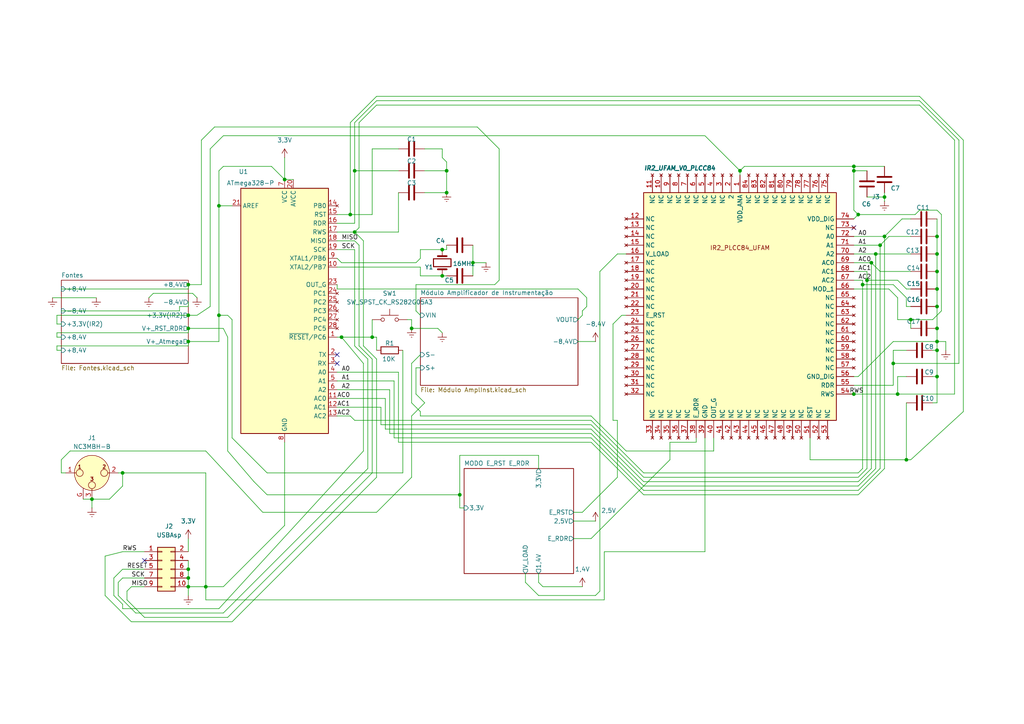
<source format=kicad_sch>
(kicad_sch (version 20250114) (generator "eeschema") (generator_version "9.0")
  (paper "A4")
  (title_block (title "PROJETO IR2_B2_UFAM") (date "07/08/2025") (rev "V1") (company "UFAM-UFMG") (comment 1 "1 - Software Proteus substituído pelo Software Kicad 9.0") (comment 2 "2 - Incluído Amplificafor de Instrumentação para reduzir ruídos") (comment 3 "3 - Incluídos conectores para cabos entrelaçados") (comment 4 "4 - Análise de 4 camadas para reduzir ruídos"))
  (lib_symbols
    (symbol "Connector_Audio:NC3MBH-B" (pin_names (hide yes))
      (property "Reference" "J" (at 0 8.89 0))
      (property "Value" "NC3MBH-B" (at 0 6.35 0))
      (symbol "NC3MBH-B_0_1"
        (polyline (pts (xy -5.08 0) (xy -4.572 0)))
        (circle (center -3.556 0) (radius 1.016))
        (polyline (pts (xy -2.54 -5.08) (xy -2.54 -4.445)))
        (circle (center 0 0) (radius 5.08) (fill (type background)))
        (circle (center 0 -3.556) (radius 1.016))
        (polyline (pts (xy 0 -5.08) (xy 0 -4.572)))
        (circle (center 3.556 0) (radius 1.016))
        (polyline (pts (xy 5.08 0) (xy 4.572 0)))
        (text "1" (at -3.556 1.778 0) (effects (font (size 1.016 1.016) (bold yes))))
        (text "3" (at 0 -1.778 0) (effects (font (size 1.016 1.016) (bold yes))))
        (text "2" (at 3.556 1.778 0) (effects (font (size 1.016 1.016) (bold yes))))
        (pin passive line (at -7.62 0 0) (length 2.54) (name "~") (number "1"))
        (pin passive line (at 0 -7.62 90) (length 2.54) (name "~") (number "3"))
        (pin passive line (at 7.62 0 180) (length 2.54) (name "~") (number "2"))
      )
      (symbol "NC3MBH-B_1_1"
        (pin passive line (at -2.54 -7.62 90) (length 2.54) (name "~") (number "G"))
      )
    )
    (symbol "Connector_Generic:Conn_02x05_Odd_Even" (pin_names (offset 1.016) (hide yes))
      (property "Reference" "J" (at 1.27 7.62 0))
      (property "Value" "Conn_02x05_Odd_Even" (at 1.27 -7.62 0))
      (symbol "Conn_02x05_Odd_Even_1_1"
        (rectangle (start -1.27 6.35) (end 3.81 -6.35) (stroke (width 0.254)) (fill (type background)))
        (rectangle (start -1.27 5.207) (end 0 4.953) (stroke (width 0.1524)))
        (rectangle (start -1.27 2.667) (end 0 2.413) (stroke (width 0.1524)))
        (rectangle (start -1.27 0.127) (end 0 -0.127) (stroke (width 0.1524)))
        (rectangle (start -1.27 -2.413) (end 0 -2.667) (stroke (width 0.1524)))
        (rectangle (start -1.27 -4.953) (end 0 -5.207) (stroke (width 0.1524)))
        (rectangle (start 3.81 5.207) (end 2.54 4.953) (stroke (width 0.1524)))
        (rectangle (start 3.81 2.667) (end 2.54 2.413) (stroke (width 0.1524)))
        (rectangle (start 3.81 0.127) (end 2.54 -0.127) (stroke (width 0.1524)))
        (rectangle (start 3.81 -2.413) (end 2.54 -2.667) (stroke (width 0.1524)))
        (rectangle (start 3.81 -4.953) (end 2.54 -5.207) (stroke (width 0.1524)))
        (pin passive line (at -5.08 5.08 0) (length 3.81) (name "Pin_1") (number "1"))
        (pin passive line (at -5.08 2.54 0) (length 3.81) (name "Pin_3") (number "3"))
        (pin passive line (at -5.08 0 0) (length 3.81) (name "Pin_5") (number "5"))
        (pin passive line (at -5.08 -2.54 0) (length 3.81) (name "Pin_7") (number "7"))
        (pin passive line (at -5.08 -5.08 0) (length 3.81) (name "Pin_9") (number "9"))
        (pin passive line (at 7.62 5.08 180) (length 3.81) (name "Pin_2") (number "2"))
        (pin passive line (at 7.62 2.54 180) (length 3.81) (name "Pin_4") (number "4"))
        (pin passive line (at 7.62 0 180) (length 3.81) (name "Pin_6") (number "6"))
        (pin passive line (at 7.62 -2.54 180) (length 3.81) (name "Pin_8") (number "8"))
        (pin passive line (at 7.62 -5.08 180) (length 3.81) (name "Pin_10") (number "10"))
      )
    )
    (symbol "Device:C" (pin_numbers (hide yes)) (pin_names (offset 0.254))
      (property "Reference" "C" (at 0.635 2.54 0))
      (property "Value" "C" (at 0.635 -2.54 0))
      (symbol "C_0_1"
        (polyline (pts (xy -2.032 0.762) (xy 2.032 0.762)) (stroke (width 0.508)))
        (polyline (pts (xy -2.032 -0.762) (xy 2.032 -0.762)) (stroke (width 0.508)))
      )
      (symbol "C_1_1"
        (pin passive line (at 0 3.81 270) (length 2.794) (name "~") (number "1"))
        (pin passive line (at 0 -3.81 90) (length 2.794) (name "~") (number "2"))
      )
    )
    (symbol "Device:Crystal" (pin_numbers (hide yes)) (pin_names (offset 1.016) (hide yes))
      (property "Reference" "Y" (at 0 3.81 0))
      (property "Value" "Crystal" (at 0 -3.81 0))
      (symbol "Crystal_0_1"
        (polyline (pts (xy -2.54 0) (xy -1.905 0)))
        (polyline (pts (xy -1.905 -1.27) (xy -1.905 1.27)) (stroke (width 0.508)))
        (rectangle (start -1.143 2.54) (end 1.143 -2.54) (stroke (width 0.3048)))
        (polyline (pts (xy 1.905 -1.27) (xy 1.905 1.27)) (stroke (width 0.508)))
        (polyline (pts (xy 2.54 0) (xy 1.905 0)))
      )
      (symbol "Crystal_1_1"
        (pin passive line (at -3.81 0 0) (length 1.27) (name "1") (number "1"))
        (pin passive line (at 3.81 0 180) (length 1.27) (name "2") (number "2"))
      )
    )
    (symbol "Device:R" (pin_numbers (hide yes)) (pin_names (offset 0))
      (property "Reference" "R" (at 2.032 0 90))
      (property "Value" "R" (at 0 0 90))
      (symbol "R_0_1"
        (rectangle (start -1.016 -2.54) (end 1.016 2.54) (stroke (width 0.254)))
      )
      (symbol "R_1_1"
        (pin passive line (at 0 3.81 270) (length 1.27) (name "~") (number "1"))
        (pin passive line (at 0 -3.81 90) (length 1.27) (name "~") (number "2"))
      )
    )
    (symbol "IR2_UFAM_V0_PLCC84_Library:IR2_UFAM_V0_PLCC84"
      (property "Reference" "J" (at 62.23 12.7 0))
      (property "Value" "IR2_UFAM_V0_PLCC84" (at 62.23 10.16 0))
      (symbol "IR2_UFAM_V0_PLCC84_1_1"
        (rectangle (start 5.08 7.62) (end 60.96 -58.42) (stroke (width 0.254)) (fill (type background)))
        (text "IR2_PLCC84_UFAM" (at 33.02 -8.382 0) (effects (font (size 1.27 1.27))))
        (pin no_connect line (at 0 0 0) (length 5.08) (name "NC") (number "12"))
        (pin no_connect line (at 0 -2.54 0) (length 5.08) (name "NC") (number "13"))
        (pin no_connect line (at 0 -5.08 0) (length 5.08) (name "NC") (number "14"))
        (pin no_connect line (at 0 -7.62 0) (length 5.08) (name "NC") (number "15"))
        (pin input line (at 0 -10.16 0) (length 5.08) (name "V_LOAD") (number "16"))
        (pin no_connect line (at 0 -12.7 0) (length 5.08) (name "NC") (number "17"))
        (pin no_connect line (at 0 -15.24 0) (length 5.08) (name "NC") (number "18"))
        (pin no_connect line (at 0 -17.78 0) (length 5.08) (name "NC") (number "19"))
        (pin no_connect line (at 0 -20.32 0) (length 5.08) (name "NC") (number "20"))
        (pin no_connect line (at 0 -22.86 0) (length 5.08) (name "NC") (number "21"))
        (pin no_connect line (at 0 -25.4 0) (length 5.08) (name "NC") (number "22"))
        (pin input line (at 0 -27.94 0) (length 5.08) (name "E_RST") (number "23"))
        (pin no_connect line (at 0 -30.48 0) (length 5.08) (name "NC") (number "24"))
        (pin no_connect line (at 0 -33.02 0) (length 5.08) (name "NC") (number "25"))
        (pin no_connect line (at 0 -35.56 0) (length 5.08) (name "NC") (number "26"))
        (pin no_connect line (at 0 -38.1 0) (length 5.08) (name "NC") (number "27"))
        (pin no_connect line (at 0 -40.64 0) (length 5.08) (name "NC") (number "28"))
        (pin no_connect line (at 0 -43.18 0) (length 5.08) (name "NC") (number "29"))
        (pin no_connect line (at 0 -45.72 0) (length 5.08) (name "NC") (number "30"))
        (pin no_connect line (at 0 -48.26 0) (length 5.08) (name "NC") (number "31"))
        (pin no_connect line (at 0 -50.8 0) (length 5.08) (name "NC") (number "32"))
        (pin no_connect line (at 7.62 12.7 270) (length 5.08) (name "NC") (number "11"))
        (pin no_connect line (at 7.62 -63.5 90) (length 5.08) (name "NC") (number "33"))
        (pin no_connect line (at 10.16 12.7 270) (length 5.08) (name "NC") (number "10"))
        (pin no_connect line (at 10.16 -63.5 90) (length 5.08) (name "NC") (number "34"))
        (pin no_connect line (at 12.7 12.7 270) (length 5.08) (name "NC") (number "9"))
        (pin no_connect line (at 12.7 -63.5 90) (length 5.08) (name "NC") (number "35"))
        (pin no_connect line (at 15.24 12.7 270) (length 5.08) (name "NC") (number "8"))
        (pin no_connect line (at 15.24 -63.5 90) (length 5.08) (name "NC") (number "36"))
        (pin no_connect line (at 17.78 12.7 270) (length 5.08) (name "NC") (number "7"))
        (pin no_connect line (at 17.78 -63.5 90) (length 5.08) (name "NC") (number "37"))
        (pin no_connect line (at 20.32 12.7 270) (length 5.08) (name "NC") (number "6"))
        (pin input line (at 20.32 -63.5 90) (length 5.08) (name "E_RDR") (number "38"))
        (pin no_connect line (at 22.86 12.7 270) (length 5.08) (name "NC") (number "5"))
        (pin power_out line (at 22.86 -63.5 90) (length 5.08) (name "GND") (number "39"))
        (pin no_connect line (at 25.4 12.7 270) (length 5.08) (name "NC") (number "4"))
        (pin output line (at 25.4 -63.5 90) (length 5.08) (name "OUT_G") (number "40"))
        (pin no_connect line (at 27.94 12.7 270) (length 5.08) (name "NC") (number "3"))
        (pin no_connect line (at 27.94 -63.5 90) (length 5.08) (name "NC") (number "41"))
        (pin no_connect line (at 30.48 12.7 270) (length 5.08) (name "2") (number "2"))
        (pin no_connect line (at 30.48 -63.5 90) (length 5.08) (name "NC") (number "42"))
        (pin power_in line (at 33.02 12.7 270) (length 5.08) (name "VDD_ANA") (number "1"))
        (pin no_connect line (at 33.02 -63.5 90) (length 5.08) (name "NC") (number "43"))
        (pin no_connect line (at 35.56 12.7 270) (length 5.08) (name "NC") (number "84"))
        (pin no_connect line (at 35.56 -63.5 90) (length 5.08) (name "NC") (number "44"))
        (pin no_connect line (at 38.1 12.7 270) (length 5.08) (name "NC") (number "83"))
        (pin no_connect line (at 38.1 -63.5 90) (length 5.08) (name "NC") (number "45"))
        (pin no_connect line (at 40.64 12.7 270) (length 5.08) (name "NC") (number "82"))
        (pin no_connect line (at 40.64 -63.5 90) (length 5.08) (name "NC") (number "46"))
        (pin no_connect line (at 43.18 12.7 270) (length 5.08) (name "NC") (number "81"))
        (pin no_connect line (at 43.18 -63.5 90) (length 5.08) (name "NC") (number "47"))
        (pin no_connect line (at 45.72 12.7 270) (length 5.08) (name "NC") (number "80"))
        (pin no_connect line (at 45.72 -63.5 90) (length 5.08) (name "NC") (number "48"))
        (pin no_connect line (at 48.26 12.7 270) (length 5.08) (name "NC") (number "79"))
        (pin no_connect line (at 48.26 -63.5 90) (length 5.08) (name "NC") (number "49"))
        (pin no_connect line (at 50.8 12.7 270) (length 5.08) (name "NC") (number "78"))
        (pin no_connect line (at 50.8 -63.5 90) (length 5.08) (name "NC") (number "50"))
        (pin no_connect line (at 53.34 12.7 270) (length 5.08) (name "NC") (number "77"))
        (pin input line (at 53.34 -63.5 90) (length 5.08) (name "RST") (number "51"))
        (pin no_connect line (at 55.88 12.7 270) (length 5.08) (name "NC") (number "76"))
        (pin no_connect line (at 55.88 -63.5 90) (length 5.08) (name "NC") (number "52"))
        (pin no_connect line (at 58.42 12.7 270) (length 5.08) (name "NC") (number "75"))
        (pin no_connect line (at 58.42 -63.5 90) (length 5.08) (name "NC") (number "53"))
        (pin power_in line (at 66.04 0 180) (length 5.08) (name "VDD_DIG") (number "74"))
        (pin no_connect line (at 66.04 -2.54 180) (length 5.08) (name "NC") (number "73"))
        (pin input line (at 66.04 -5.08 180) (length 5.08) (name "A0") (number "72"))
        (pin input line (at 66.04 -7.62 180) (length 5.08) (name "A1") (number "71"))
        (pin input line (at 66.04 -10.16 180) (length 5.08) (name "A2") (number "70"))
        (pin input line (at 66.04 -12.7 180) (length 5.08) (name "AC0") (number "69"))
        (pin input line (at 66.04 -15.24 180) (length 5.08) (name "AC1") (number "68"))
        (pin input line (at 66.04 -17.78 180) (length 5.08) (name "AC2") (number "67"))
        (pin power_in line (at 66.04 -20.32 180) (length 5.08) (name "MOD_1") (number "66"))
        (pin no_connect line (at 66.04 -22.86 180) (length 5.08) (name "NC") (number "65"))
        (pin no_connect line (at 66.04 -25.4 180) (length 5.08) (name "NC") (number "64"))
        (pin no_connect line (at 66.04 -27.94 180) (length 5.08) (name "NC") (number "63"))
        (pin no_connect line (at 66.04 -30.48 180) (length 5.08) (name "NC") (number "62"))
        (pin no_connect line (at 66.04 -33.02 180) (length 5.08) (name "NC") (number "61"))
        (pin no_connect line (at 66.04 -35.56 180) (length 5.08) (name "NC") (number "60"))
        (pin no_connect line (at 66.04 -38.1 180) (length 5.08) (name "NC") (number "59"))
        (pin no_connect line (at 66.04 -40.64 180) (length 5.08) (name "NC") (number "58"))
        (pin no_connect line (at 66.04 -43.18 180) (length 5.08) (name "NC") (number "57"))
        (pin power_in line (at 66.04 -45.72 180) (length 5.08) (name "GND_DIG") (number "56"))
        (pin input line (at 66.04 -48.26 180) (length 5.08) (name "RDR") (number "55"))
        (pin input line (at 66.04 -50.8 180) (length 5.08) (name "RWS") (number "54"))
      )
    )
    (symbol "Switch:SW_MEC_5G" (pin_numbers (hide yes)) (pin_names (offset 1.016) (hide yes))
      (property "Reference" "SW" (at 1.27 2.54 0))
      (property "Value" "SW_MEC_5G" (at 0 -1.524 0))
      (symbol "SW_MEC_5G_0_1"
        (circle (center -2.032 0) (radius 0.508))
        (polyline (pts (xy 0 1.27) (xy 0 3.048)))
        (circle (center 2.032 0) (radius 0.508))
        (polyline (pts (xy 2.54 1.27) (xy -2.54 1.27)))
        (pin passive line (at -5.08 0 0) (length 2.54) (name "A") (number "1"))
        (pin passive line (at 5.08 0 180) (length 2.54) (name "B") (number "3"))
      )
      (symbol "SW_MEC_5G_1_1"
        (pin passive line (at -5.08 0 0) (length 2.54) (hide yes) (name "A") (number "2"))
        (pin passive line (at 5.08 0 180) (length 2.54) (hide yes) (name "B") (number "4"))
      )
    )
    (symbol "ir2_atmega328P:ir2_ATmega328P"
      (property "Reference" "U" (at -12.7 36.83 0))
      (property "Value" "ir2_ATmega328P" (at 2.54 -36.83 0))
      (symbol "ir2_ATmega328P_0_1"
        (rectangle (start -12.7 -35.56) (end 12.7 35.56) (stroke (width 0.254)) (fill (type background)))
      )
      (symbol "ir2_ATmega328P_1_1"
        (pin passive line (at -15.24 30.48 0) (length 2.54) (name "AREF") (number "21"))
        (pin power_in line (at 0 38.1 270) (length 2.54) (name "VCC") (number "7"))
        (pin passive line (at 0 -38.1 90) (length 2.54) (hide yes) (name "GND") (number "22"))
        (pin power_in line (at 0 -38.1 90) (length 2.54) (name "GND") (number "8"))
        (pin power_in line (at 2.54 38.1 270) (length 2.54) (name "AVCC") (number "20"))
        (pin no_connect line (at 15.24 30.48 180) (length 2.54) (name "PB0") (number "14"))
        (pin output line (at 15.24 27.94 180) (length 2.54) (name "RST") (number "15"))
        (pin output line (at 15.24 25.4 180) (length 2.54) (name "RDR") (number "16"))
        (pin output line (at 15.24 22.86 180) (length 2.54) (name "RWS") (number "17"))
        (pin input line (at 15.24 20.32 180) (length 2.54) (name "MISO") (number "18"))
        (pin bidirectional line (at 15.24 17.78 180) (length 2.54) (name "SCK") (number "19"))
        (pin bidirectional line (at 15.24 15.24 180) (length 2.54) (name "XTAL1/PB6") (number "9"))
        (pin bidirectional line (at 15.24 12.7 180) (length 2.54) (name "XTAL2/PB7") (number "10"))
        (pin input line (at 15.24 7.62 180) (length 2.54) (name "OUT_G") (number "23"))
        (pin no_connect line (at 15.24 5.08 180) (length 2.54) (name "PC1") (number "24"))
        (pin no_connect line (at 15.24 2.54 180) (length 2.54) (name "PC2") (number "25"))
        (pin no_connect line (at 15.24 0 180) (length 2.54) (name "PC3") (number "26"))
        (pin no_connect line (at 15.24 -2.54 180) (length 2.54) (name "PC4") (number "27"))
        (pin no_connect line (at 15.24 -5.08 180) (length 2.54) (name "PC5") (number "28"))
        (pin bidirectional line (at 15.24 -7.62 180) (length 2.54) (name "~{RESET}/PC6") (number "1"))
        (pin bidirectional line (at 15.24 -12.7 180) (length 2.54) (name "TX") (number "2"))
        (pin bidirectional line (at 15.24 -15.24 180) (length 2.54) (name "RX") (number "3"))
        (pin output line (at 15.24 -17.78 180) (length 2.54) (name "A0") (number "4"))
        (pin output line (at 15.24 -20.32 180) (length 2.54) (name "A1") (number "5"))
        (pin output line (at 15.24 -22.86 180) (length 2.54) (name "A2") (number "6"))
        (pin output line (at 15.24 -25.4 180) (length 2.54) (name "AC0") (number "11"))
        (pin output line (at 15.24 -27.94 180) (length 2.54) (name "AC1") (number "12"))
        (pin output line (at 15.24 -30.48 180) (length 2.54) (name "AC2") (number "13"))
      )
    )
    (symbol "power:Earth" (power) (pin_numbers (hide yes)) (pin_names (offset 0) (hide yes))
      (property "Value" "Earth" (at 0 -3.81 0))
      (symbol "Earth_0_1"
        (polyline (pts (xy -0.635 -1.905) (xy 0.635 -1.905)))
        (polyline (pts (xy -0.127 -2.54) (xy 0.127 -2.54)))
        (polyline (pts (xy 0 -1.27) (xy 0 0)))
        (polyline (pts (xy 1.27 -1.27) (xy -1.27 -1.27)))
      )
      (symbol "Earth_1_1"
        (pin power_in line (at 0 0 270) (length 0) (name "~") (number "1"))
      )
    )
    (symbol "power:VCC" (power) (pin_numbers (hide yes)) (pin_names (offset 0) (hide yes))
      (property "Value" "VCC" (at 0 3.556 0))
      (symbol "VCC_0_1"
        (polyline (pts (xy -0.762 1.27) (xy 0 2.54)))
        (polyline (pts (xy 0 2.54) (xy 0.762 1.27)))
        (polyline (pts (xy 0 0) (xy 0 2.54)))
      )
      (symbol "VCC_1_1"
        (pin power_in line (at 0 0 90) (length 0) (name "~") (number "1"))
      )
    )
  )
  (junction (at 271.78 68.58))
  (junction (at 256.54 57.15))
  (junction (at 82.55 52.07))
  (junction (at 128.27 72.39))
  (junction (at 35.56 137.16))
  (junction (at 271.78 109.22))
  (junction (at 260.35 114.3))
  (junction (at 54.61 91.44))
  (junction (at 271.78 95.25))
  (junction (at 54.61 165.1))
  (junction (at 271.78 73.66))
  (junction (at 99.06 97.79))
  (junction (at 59.69 170.18))
  (junction (at 255.27 71.12))
  (junction (at 54.61 95.25))
  (junction (at 271.78 83.82))
  (junction (at 63.5 91.44))
  (junction (at 271.78 88.9))
  (junction (at 129.54 49.53))
  (junction (at 54.61 170.18))
  (junction (at 102.87 67.31))
  (junction (at 54.61 167.64))
  (junction (at 119.38 95.25))
  (junction (at 247.65 114.3))
  (junction (at 129.54 55.88))
  (junction (at 248.92 62.23))
  (junction (at 133.35 143.51))
  (junction (at 101.6 62.23))
  (junction (at 26.67 144.78))
  (junction (at 271.78 99.06))
  (junction (at 247.65 49.53))
  (junction (at 271.78 101.6))
  (junction (at 262.89 133.35))
  (junction (at 107.95 97.79))
  (junction (at 250.19 82.55))
  (junction (at 251.46 81.28))
  (junction (at 137.16 76.2))
  (junction (at 102.87 49.53))
  (junction (at 128.27 80.01))
  (junction (at 252.73 76.2))
  (junction (at 256.54 68.58))
  (junction (at 54.61 82.55))
  (junction (at 247.65 48.26))
  (junction (at 264.16 92.71))
  (junction (at 259.08 105.41))
  (junction (at 271.78 78.74))
  (junction (at 63.5 59.69))
  (junction (at 254 73.66))
  (junction (at 54.61 99.06))
  (junction (at 214.63 49.53))
  (no_connect (at 41.91 162.56))
  (no_connect (at 97.79 102.87))
  (no_connect (at 97.79 105.41))
  (no_connect (at 247.65 66.04))
  (wire (pts (xy 82.55 128.27) (xy 82.55 152.4)))
  (wire (pts (xy 66.04 130.81) (xy 73.66 139.7)))
  (wire (pts (xy 60.96 43.18) (xy 64.77 39.37)))
  (wire (pts (xy 102.87 49.53) (xy 102.87 64.77)))
  (wire (pts (xy 109.22 29.21) (xy 266.7 29.21)))
  (wire (pts (xy 179.07 121.92) (xy 179.07 138.43)))
  (wire (pts (xy 97.79 62.23) (xy 101.6 62.23)))
  (wire (pts (xy 172.72 172.72) (xy 173.99 171.45)))
  (wire (pts (xy 247.65 109.22) (xy 248.92 109.22)))
  (wire (pts (xy 168.91 90.17) (xy 168.91 91.44)))
  (wire (pts (xy 119.38 95.25) (xy 127 95.25)))
  (wire (pts (xy 54.61 99.06) (xy 54.61 100.33)))
  (wire (pts (xy 254 73.66) (xy 254 135.89)))
  (wire (pts (xy 17.78 101.6) (xy 16.51 101.6)))
  (wire (pts (xy 252.73 76.2) (xy 252.73 135.89)))
  (wire (pts (xy 15.24 86.36) (xy 27.94 86.36)))
  (wire (pts (xy 107.95 43.18) (xy 115.57 43.18)))
  (wire (pts (xy 128.27 80.01) (xy 129.54 80.01)))
  (wire (pts (xy 133.35 132.08) (xy 156.21 132.08)))
  (wire (pts (xy 17.78 97.79) (xy 16.51 97.79)))
  (wire (pts (xy 115.57 107.95) (xy 115.57 128.27)))
  (wire (pts (xy 63.5 49.53) (xy 64.77 48.26)))
  (wire (pts (xy 246.38 114.3) (xy 247.65 114.3)))
  (wire (pts (xy 121.92 119.38) (xy 121.92 120.65)))
  (wire (pts (xy 144.78 81.28) (xy 143.51 82.55)))
  (wire (pts (xy 121.92 102.87) (xy 119.38 105.41)))
  (wire (pts (xy 133.35 143.51) (xy 77.47 143.51)))
  (wire (pts (xy 173.99 78.74) (xy 173.99 171.45)))
  (wire (pts (xy 204.47 39.37) (xy 214.63 49.53)))
  (wire (pts (xy 266.7 27.94) (xy 279.4 40.64)))
  (wire (pts (xy 116.84 101.6) (xy 116.84 137.16)))
  (wire (pts (xy 247.65 111.76) (xy 259.08 111.76)))
  (wire (pts (xy 247.65 48.26) (xy 256.54 48.26)))
  (wire (pts (xy 102.87 35.56) (xy 109.22 29.21)))
  (wire (pts (xy 129.54 49.53) (xy 129.54 55.88)))
  (wire (pts (xy 97.79 83.82) (xy 167.64 83.82)))
  (wire (pts (xy 264.16 92.71) (xy 270.51 92.71)))
  (wire (pts (xy 54.61 170.18) (xy 54.61 172.72)))
  (wire (pts (xy 171.45 156.21) (xy 194.31 133.35)))
  (wire (pts (xy 247.65 60.96) (xy 248.92 62.23)))
  (wire (pts (xy 67.31 92.71) (xy 66.04 91.44)))
  (wire (pts (xy 54.61 96.52) (xy 54.61 95.25)))
  (wire (pts (xy 204.47 160.02) (xy 175.26 160.02)))
  (wire (pts (xy 63.5 49.53) (xy 63.5 59.69)))
  (wire (pts (xy 248.92 138.43) (xy 186.69 138.43)))
  (wire (pts (xy 264.16 83.82) (xy 262.89 83.82)))
  (wire (pts (xy 273.05 90.17) (xy 270.51 92.71)))
  (wire (pts (xy 97.79 120.65) (xy 101.6 120.65)))
  (wire (pts (xy 260.35 109.22) (xy 262.89 109.22)))
  (wire (pts (xy 194.31 133.35) (xy 194.31 128.27)))
  (wire (pts (xy 105.41 100.33) (xy 109.22 104.14)))
  (wire (pts (xy 16.51 91.44) (xy 54.61 91.44)))
  (wire (pts (xy 109.22 97.79) (xy 107.95 97.79)))
  (wire (pts (xy 121.92 72.39) (xy 121.92 74.93)))
  (wire (pts (xy 102.87 100.33) (xy 106.68 104.14)))
  (wire (pts (xy 271.78 73.66) (xy 271.78 78.74)))
  (wire (pts (xy 99.06 76.2) (xy 120.65 76.2)))
  (wire (pts (xy 26.67 144.78) (xy 24.13 144.78)))
  (wire (pts (xy 35.56 165.1) (xy 41.91 165.1)))
  (wire (pts (xy 175.26 160.02) (xy 175.26 173.99)))
  (wire (pts (xy 54.61 88.9) (xy 54.61 87.63)))
  (wire (pts (xy 35.56 137.16) (xy 35.56 140.97)))
  (wire (pts (xy 271.78 60.96) (xy 273.05 62.23)))
  (wire (pts (xy 137.16 71.12) (xy 137.16 76.2)))
  (wire (pts (xy 262.89 86.36) (xy 259.08 82.55)))
  (wire (pts (xy 271.78 78.74) (xy 271.78 83.82)))
  (wire (pts (xy 109.22 97.79) (xy 109.22 101.6)))
  (wire (pts (xy 215.9 48.26) (xy 247.65 48.26)))
  (wire (pts (xy 57.15 86.36) (xy 55.88 85.09)))
  (wire (pts (xy 251.46 81.28) (xy 251.46 135.89)))
  (wire (pts (xy 63.5 59.69) (xy 67.31 59.69)))
  (wire (pts (xy 16.51 101.6) (xy 16.51 100.33)))
  (wire (pts (xy 97.79 77.47) (xy 121.92 77.47)))
  (wire (pts (xy 181.61 130.81) (xy 171.45 120.65)))
  (wire (pts (xy 121.92 72.39) (xy 128.27 72.39)))
  (wire (pts (xy 102.87 49.53) (xy 102.87 35.56)))
  (wire (pts (xy 214.63 49.53) (xy 215.9 48.26)))
  (wire (pts (xy 102.87 72.39) (xy 102.87 100.33)))
  (wire (pts (xy 171.45 123.19) (xy 186.69 138.43)))
  (wire (pts (xy 38.1 180.34) (xy 30.48 172.72)))
  (wire (pts (xy 109.22 27.94) (xy 266.7 27.94)))
  (wire (pts (xy 248.92 62.23) (xy 247.65 63.5)))
  (wire (pts (xy 120.65 90.17) (xy 121.92 91.44)))
  (wire (pts (xy 30.48 172.72) (xy 30.48 161.29)))
  (wire (pts (xy 137.16 76.2) (xy 137.16 80.01)))
  (wire (pts (xy 17.78 90.17) (xy 52.07 90.17)))
  (wire (pts (xy 156.21 168.91) (xy 157.48 170.18)))
  (wire (pts (xy 54.61 156.21) (xy 54.61 160.02)))
  (wire (pts (xy 105.41 130.81) (xy 105.41 105.41)))
  (wire (pts (xy 44.45 85.09) (xy 55.88 85.09)))
  (wire (pts (xy 274.32 99.06) (xy 274.32 101.6)))
  (wire (pts (xy 186.69 142.24) (xy 248.92 142.24)))
  (wire (pts (xy 97.79 83.82) (xy 97.79 82.55)))
  (wire (pts (xy 170.18 88.9) (xy 170.18 86.36)))
  (wire (pts (xy 251.46 57.15) (xy 256.54 57.15)))
  (wire (pts (xy 186.69 140.97) (xy 171.45 125.73)))
  (wire (pts (xy 54.61 162.56) (xy 54.61 165.1)))
  (wire (pts (xy 264.16 68.58) (xy 257.81 68.58)))
  (wire (pts (xy 64.77 170.18) (xy 82.55 152.4)))
  (wire (pts (xy 33.02 172.72) (xy 35.56 175.26)))
  (wire (pts (xy 129.54 46.99) (xy 129.54 49.53)))
  (wire (pts (xy 247.65 114.3) (xy 260.35 114.3)))
  (wire (pts (xy 123.19 55.88) (xy 129.54 55.88)))
  (wire (pts (xy 128.27 96.52) (xy 127 95.25)))
  (wire (pts (xy 247.65 81.28) (xy 250.19 81.28)))
  (wire (pts (xy 254 73.66) (xy 264.16 73.66)))
  (wire (pts (xy 144.78 43.18) (xy 144.78 81.28)))
  (wire (pts (xy 119.38 120.65) (xy 119.38 138.43)))
  (wire (pts (xy 234.95 127) (xy 234.95 133.35)))
  (wire (pts (xy 271.78 68.58) (xy 271.78 73.66)))
  (wire (pts (xy 101.6 62.23) (xy 107.95 62.23)))
  (wire (pts (xy 35.56 137.16) (xy 59.69 137.16)))
  (wire (pts (xy 264.16 63.5) (xy 261.62 63.5)))
  (wire (pts (xy 54.61 167.64) (xy 54.61 170.18)))
  (wire (pts (xy 106.68 135.89) (xy 64.77 177.8)))
  (wire (pts (xy 204.47 127) (xy 204.47 160.02)))
  (wire (pts (xy 97.79 67.31) (xy 102.87 67.31)))
  (wire (pts (xy 52.07 88.9) (xy 54.61 88.9)))
  (wire (pts (xy 166.37 156.21) (xy 171.45 156.21)))
  (wire (pts (xy 97.79 74.93) (xy 99.06 76.2)))
  (wire (pts (xy 250.19 82.55) (xy 259.08 82.55)))
  (wire (pts (xy 257.81 68.58) (xy 255.27 71.12)))
  (wire (pts (xy 107.95 92.71) (xy 107.95 97.79)))
  (wire (pts (xy 248.92 137.16) (xy 186.69 137.16)))
  (wire (pts (xy 248.92 62.23) (xy 265.43 62.23)))
  (wire (pts (xy 82.55 52.07) (xy 85.09 52.07)))
  (wire (pts (xy 114.3 110.49) (xy 114.3 127)))
  (wire (pts (xy 104.14 71.12) (xy 104.14 100.33)))
  (wire (pts (xy 102.87 69.85) (xy 104.14 71.12)))
  (wire (pts (xy 34.29 172.72) (xy 39.37 177.8)))
  (wire (pts (xy 266.7 30.48) (xy 276.86 40.64)))
  (wire (pts (xy 194.31 128.27) (xy 201.93 128.27)))
  (wire (pts (xy 35.56 176.53) (xy 35.56 175.26)))
  (wire (pts (xy 279.4 119.38) (xy 264.16 133.35)))
  (wire (pts (xy 107.95 104.14) (xy 107.95 137.16)))
  (wire (pts (xy 251.46 81.28) (xy 260.35 81.28)))
  (wire (pts (xy 278.13 40.64) (xy 278.13 105.41)))
  (wire (pts (xy 82.55 45.72) (xy 82.55 52.07)))
  (wire (pts (xy 138.43 36.83) (xy 144.78 43.18)))
  (wire (pts (xy 128.27 45.72) (xy 129.54 46.99)))
  (wire (pts (xy 111.76 115.57) (xy 111.76 124.46)))
  (wire (pts (xy 264.16 133.35) (xy 262.89 133.35)))
  (wire (pts (xy 255.27 71.12) (xy 255.27 135.89)))
  (wire (pts (xy 259.08 105.41) (xy 278.13 105.41)))
  (wire (pts (xy 34.29 168.91) (xy 34.29 172.72)))
  (wire (pts (xy 16.51 97.79) (xy 16.51 96.52)))
  (wire (pts (xy 186.69 143.51) (xy 171.45 128.27)))
  (wire (pts (xy 152.4 166.37) (xy 152.4 168.91)))
  (wire (pts (xy 109.22 30.48) (xy 266.7 30.48)))
  (wire (pts (xy 260.35 86.36) (xy 260.35 92.71)))
  (wire (pts (xy 262.89 133.35) (xy 234.95 133.35)))
  (wire (pts (xy 168.91 148.59) (xy 166.37 148.59)))
  (wire (pts (xy 113.03 125.73) (xy 171.45 125.73)))
  (wire (pts (xy 54.61 91.44) (xy 57.15 91.44)))
  (wire (pts (xy 256.54 68.58) (xy 256.54 135.89)))
  (wire (pts (xy 214.63 49.53) (xy 214.63 50.8)))
  (wire (pts (xy 201.93 128.27) (xy 201.93 127)))
  (wire (pts (xy 177.8 93.98) (xy 180.34 91.44)))
  (wire (pts (xy 102.87 67.31) (xy 104.14 66.04)))
  (wire (pts (xy 101.6 62.23) (xy 101.6 35.56)))
  (wire (pts (xy 43.18 86.36) (xy 44.45 85.09)))
  (wire (pts (xy 251.46 78.74) (xy 251.46 81.28)))
  (wire (pts (xy 35.56 165.1) (xy 33.02 167.64)))
  (wire (pts (xy 247.65 73.66) (xy 254 73.66)))
  (wire (pts (xy 17.78 83.82) (xy 54.61 83.82)))
  (wire (pts (xy 123.19 43.18) (xy 128.27 43.18)))
  (wire (pts (xy 260.35 109.22) (xy 260.35 114.3)))
  (wire (pts (xy 129.54 72.39) (xy 129.54 71.12)))
  (wire (pts (xy 119.38 116.84) (xy 121.92 119.38)))
  (wire (pts (xy 133.35 147.32) (xy 133.35 143.51)))
  (wire (pts (xy 118.11 92.71) (xy 119.38 92.71)))
  (wire (pts (xy 109.22 138.43) (xy 67.31 180.34)))
  (wire (pts (xy 26.67 144.78) (xy 31.75 144.78)))
  (wire (pts (xy 133.35 147.32) (xy 134.62 147.32)))
  (wire (pts (xy 111.76 124.46) (xy 171.45 124.46)))
  (wire (pts (xy 62.23 36.83) (xy 138.43 36.83)))
  (wire (pts (xy 121.92 120.65) (xy 171.45 120.65)))
  (wire (pts (xy 256.54 55.88) (xy 256.54 57.15)))
  (wire (pts (xy 273.05 62.23) (xy 273.05 90.17)))
  (wire (pts (xy 270.51 109.22) (xy 271.78 109.22)))
  (wire (pts (xy 271.78 99.06) (xy 271.78 101.6)))
  (wire (pts (xy 177.8 93.98) (xy 177.8 121.92)))
  (wire (pts (xy 133.35 132.08) (xy 133.35 143.51)))
  (wire (pts (xy 248.92 142.24) (xy 255.27 135.89)))
  (wire (pts (xy 114.3 127) (xy 171.45 127)))
  (wire (pts (xy 67.31 180.34) (xy 38.1 180.34)))
  (wire (pts (xy 254 135.89) (xy 248.92 140.97)))
  (wire (pts (xy 250.19 82.55) (xy 250.19 135.89)))
  (wire (pts (xy 265.43 62.23) (xy 266.7 60.96)))
  (wire (pts (xy 120.65 114.3) (xy 123.19 116.84)))
  (wire (pts (xy 77.47 137.16) (xy 116.84 137.16)))
  (wire (pts (xy 57.15 91.44) (xy 60.96 88.9)))
  (wire (pts (xy 171.45 124.46) (xy 186.69 139.7)))
  (wire (pts (xy 106.68 104.14) (xy 106.68 135.89)))
  (wire (pts (xy 102.87 49.53) (xy 115.57 49.53)))
  (wire (pts (xy 97.79 113.03) (xy 113.03 113.03)))
  (wire (pts (xy 123.19 49.53) (xy 129.54 49.53)))
  (wire (pts (xy 35.56 160.02) (xy 41.91 160.02)))
  (wire (pts (xy 115.57 55.88) (xy 115.57 67.31)))
  (wire (pts (xy 156.21 172.72) (xy 172.72 172.72)))
  (wire (pts (xy 58.42 40.64) (xy 58.42 82.55)))
  (wire (pts (xy 248.92 109.22) (xy 259.08 99.06)))
  (wire (pts (xy 76.2 148.59) (xy 109.22 148.59)))
  (wire (pts (xy 152.4 168.91) (xy 156.21 172.72)))
  (wire (pts (xy 270.51 101.6) (xy 271.78 101.6)))
  (wire (pts (xy 119.38 92.71) (xy 119.38 95.25)))
  (wire (pts (xy 247.65 78.74) (xy 251.46 78.74)))
  (wire (pts (xy 250.19 135.89) (xy 248.92 137.16)))
  (wire (pts (xy 104.14 35.56) (xy 104.14 66.04)))
  (wire (pts (xy 33.02 167.64) (xy 33.02 172.72)))
  (wire (pts (xy 35.56 176.53) (xy 63.5 176.53)))
  (wire (pts (xy 250.19 81.28) (xy 250.19 82.55)))
  (wire (pts (xy 259.08 101.6) (xy 259.08 105.41)))
  (wire (pts (xy 271.78 109.22) (xy 271.78 116.84)))
  (wire (pts (xy 171.45 121.92) (xy 102.87 121.92)))
  (wire (pts (xy 262.89 116.84) (xy 262.89 133.35)))
  (wire (pts (xy 207.01 127) (xy 207.01 130.81)))
  (wire (pts (xy 59.69 170.18) (xy 64.77 170.18)))
  (wire (pts (xy 107.95 137.16) (xy 66.04 179.07)))
  (wire (pts (xy 19.05 137.16) (xy 17.78 137.16)))
  (wire (pts (xy 102.87 121.92) (xy 101.6 120.65)))
  (wire (pts (xy 105.41 105.41) (xy 99.06 97.79)))
  (wire (pts (xy 59.69 137.16) (xy 59.69 170.18)))
  (wire (pts (xy 36.83 173.99) (xy 36.83 171.45)))
  (wire (pts (xy 179.07 73.66) (xy 181.61 73.66)))
  (wire (pts (xy 167.64 83.82) (xy 170.18 86.36)))
  (wire (pts (xy 31.75 144.78) (xy 35.56 140.97)))
  (wire (pts (xy 102.87 67.31) (xy 105.41 69.85)))
  (wire (pts (xy 102.87 67.31) (xy 115.57 67.31)))
  (wire (pts (xy 97.79 107.95) (xy 115.57 107.95)))
  (wire (pts (xy 17.78 93.98) (xy 16.51 93.98)))
  (wire (pts (xy 271.78 63.5) (xy 271.78 68.58)))
  (wire (pts (xy 168.91 91.44) (xy 167.64 92.71)))
  (wire (pts (xy 102.87 64.77) (xy 97.79 64.77)))
  (wire (pts (xy 181.61 130.81) (xy 207.01 130.81)))
  (wire (pts (xy 20.32 130.81) (xy 59.69 130.81)))
  (wire (pts (xy 256.54 57.15) (xy 256.54 58.42)))
  (wire (pts (xy 34.29 137.16) (xy 35.56 137.16)))
  (wire (pts (xy 247.65 49.53) (xy 251.46 49.53)))
  (wire (pts (xy 54.61 170.18) (xy 59.69 170.18)))
  (wire (pts (xy 101.6 35.56) (xy 109.22 27.94)))
  (wire (pts (xy 259.08 101.6) (xy 262.89 101.6)))
  (wire (pts (xy 120.65 114.3) (xy 120.65 106.68)))
  (wire (pts (xy 259.08 99.06) (xy 271.78 99.06)))
  (wire (pts (xy 255.27 78.74) (xy 252.73 76.2)))
  (wire (pts (xy 78.74 48.26) (xy 82.55 52.07)))
  (wire (pts (xy 59.69 130.81) (xy 76.2 148.59)))
  (wire (pts (xy 16.51 100.33) (xy 54.61 100.33)))
  (wire (pts (xy 110.49 123.19) (xy 171.45 123.19)))
  (wire (pts (xy 54.61 82.55) (xy 58.42 82.55)))
  (wire (pts (xy 97.79 97.79) (xy 99.06 97.79)))
  (wire (pts (xy 97.79 110.49) (xy 114.3 110.49)))
  (wire (pts (xy 64.77 177.8) (xy 39.37 177.8)))
  (wire (pts (xy 247.65 49.53) (xy 247.65 60.96)))
  (wire (pts (xy 262.89 88.9) (xy 262.89 86.36)))
  (wire (pts (xy 36.83 171.45) (xy 38.1 170.18)))
  (wire (pts (xy 16.51 93.98) (xy 16.51 91.44)))
  (wire (pts (xy 107.95 43.18) (xy 107.95 62.23)))
  (wire (pts (xy 120.65 76.2) (xy 121.92 74.93)))
  (wire (pts (xy 35.56 167.64) (xy 41.91 167.64)))
  (wire (pts (xy 186.69 137.16) (xy 171.45 121.92)))
  (wire (pts (xy 63.5 176.53) (xy 105.41 130.81)))
  (wire (pts (xy 97.79 118.11) (xy 110.49 118.11)))
  (wire (pts (xy 17.78 137.16) (xy 17.78 133.35)))
  (wire (pts (xy 271.78 116.84) (xy 270.51 116.84)))
  (wire (pts (xy 259.08 105.41) (xy 259.08 111.76)))
  (wire (pts (xy 54.61 95.25) (xy 64.77 95.25)))
  (wire (pts (xy 247.65 76.2) (xy 252.73 76.2)))
  (wire (pts (xy 128.27 43.18) (xy 128.27 45.72)))
  (wire (pts (xy 64.77 95.25) (xy 66.04 97.79)))
  (wire (pts (xy 271.78 95.25) (xy 271.78 99.06)))
  (wire (pts (xy 247.65 68.58) (xy 256.54 68.58)))
  (wire (pts (xy 17.78 133.35) (xy 20.32 130.81)))
  (wire (pts (xy 41.91 179.07) (xy 66.04 179.07)))
  (wire (pts (xy 179.07 121.92) (xy 177.8 121.92)))
  (wire (pts (xy 115.57 128.27) (xy 171.45 128.27)))
  (wire (pts (xy 168.91 90.17) (xy 170.18 88.9)))
  (wire (pts (xy 97.79 115.57) (xy 111.76 115.57)))
  (wire (pts (xy 119.38 105.41) (xy 119.38 116.84)))
  (wire (pts (xy 247.65 48.26) (xy 247.65 49.53)))
  (wire (pts (xy 271.78 88.9) (xy 271.78 95.25)))
  (wire (pts (xy 264.16 88.9) (xy 262.89 88.9)))
  (wire (pts (xy 110.49 118.11) (xy 110.49 123.19)))
  (wire (pts (xy 104.14 100.33) (xy 107.95 104.14)))
  (wire (pts (xy 63.5 59.69) (xy 63.5 91.44)))
  (wire (pts (xy 63.5 91.44) (xy 63.5 99.06)))
  (wire (pts (xy 256.54 135.89) (xy 248.92 143.51)))
  (wire (pts (xy 137.16 76.2) (xy 140.97 76.2)))
  (wire (pts (xy 105.41 69.85) (xy 105.41 100.33)))
  (wire (pts (xy 66.04 97.79) (xy 66.04 130.81)))
  (wire (pts (xy 38.1 170.18) (xy 41.91 170.18)))
  (wire (pts (xy 121.92 80.01) (xy 128.27 80.01)))
  (wire (pts (xy 264.16 92.71) (xy 264.16 95.25)))
  (wire (pts (xy 186.69 143.51) (xy 248.92 143.51)))
  (wire (pts (xy 186.69 139.7) (xy 248.92 139.7)))
  (wire (pts (xy 63.5 91.44) (xy 66.04 91.44)))
  (wire (pts (xy 99.06 97.79) (xy 107.95 97.79)))
  (wire (pts (xy 26.67 144.78) (xy 26.67 147.32)))
  (wire (pts (xy 30.48 161.29) (xy 35.56 160.02)))
  (wire (pts (xy 52.07 90.17) (xy 52.07 88.9)))
  (wire (pts (xy 128.27 72.39) (xy 129.54 72.39)))
  (wire (pts (xy 257.81 83.82) (xy 260.35 86.36)))
  (wire (pts (xy 34.29 168.91) (xy 35.56 167.64)))
  (wire (pts (xy 274.32 99.06) (xy 271.78 99.06)))
  (wire (pts (xy 120.65 82.55) (xy 143.51 82.55)))
  (wire (pts (xy 180.34 91.44) (xy 181.61 91.44)))
  (wire (pts (xy 167.64 99.06) (xy 172.72 99.06)))
  (wire (pts (xy 58.42 40.64) (xy 62.23 36.83)))
  (wire (pts (xy 97.79 69.85) (xy 102.87 69.85)))
  (wire (pts (xy 59.69 173.99) (xy 59.69 170.18)))
  (wire (pts (xy 179.07 138.43) (xy 168.91 148.59)))
  (wire (pts (xy 77.47 137.16) (xy 67.31 127)))
  (wire (pts (xy 175.26 173.99) (xy 59.69 173.99)))
  (wire (pts (xy 121.92 77.47) (xy 121.92 80.01)))
  (wire (pts (xy 109.22 148.59) (xy 119.38 138.43)))
  (wire (pts (xy 54.61 165.1) (xy 54.61 167.64)))
  (wire (pts (xy 109.22 104.14) (xy 109.22 138.43)))
  (wire (pts (xy 247.65 71.12) (xy 255.27 71.12)))
  (wire (pts (xy 248.92 139.7) (xy 252.73 135.89)))
  (wire (pts (xy 266.7 60.96) (xy 271.78 60.96)))
  (wire (pts (xy 255.27 78.74) (xy 264.16 78.74)))
  (wire (pts (xy 271.78 101.6) (xy 271.78 109.22)))
  (wire (pts (xy 276.86 40.64) (xy 276.86 114.3)))
  (wire (pts (xy 279.4 40.64) (xy 279.4 119.38)))
  (wire (pts (xy 16.51 96.52) (xy 54.61 96.52)))
  (wire (pts (xy 157.48 170.18) (xy 168.91 170.18)))
  (wire (pts (xy 67.31 127) (xy 67.31 92.71)))
  (wire (pts (xy 73.66 139.7) (xy 77.47 143.51)))
  (wire (pts (xy 60.96 43.18) (xy 60.96 88.9)))
  (wire (pts (xy 120.65 82.55) (xy 120.65 90.17)))
  (wire (pts (xy 260.35 92.71) (xy 264.16 92.71)))
  (wire (pts (xy 54.61 83.82) (xy 54.61 82.55)))
  (wire (pts (xy 171.45 127) (xy 186.69 142.24)))
  (wire (pts (xy 251.46 135.89) (xy 248.92 138.43)))
  (wire (pts (xy 260.35 114.3) (xy 276.86 114.3)))
  (wire (pts (xy 97.79 72.39) (xy 102.87 72.39)))
  (wire (pts (xy 104.14 35.56) (xy 109.22 30.48)))
  (wire (pts (xy 261.62 63.5) (xy 256.54 68.58)))
  (wire (pts (xy 41.91 179.07) (xy 36.83 173.99)))
  (wire (pts (xy 173.99 78.74) (xy 179.07 73.66)))
  (wire (pts (xy 119.38 120.65) (xy 123.19 116.84)))
  (wire (pts (xy 266.7 29.21) (xy 278.13 40.64)))
  (wire (pts (xy 156.21 166.37) (xy 156.21 168.91)))
  (wire (pts (xy 120.65 106.68) (xy 121.92 106.68)))
  (wire (pts (xy 113.03 113.03) (xy 113.03 125.73)))
  (wire (pts (xy 156.21 132.08) (xy 156.21 135.89)))
  (wire (pts (xy 262.89 83.82) (xy 260.35 81.28)))
  (wire (pts (xy 64.77 39.37) (xy 204.47 39.37)))
  (wire (pts (xy 271.78 83.82) (xy 271.78 88.9)))
  (wire (pts (xy 64.77 48.26) (xy 78.74 48.26)))
  (wire (pts (xy 166.37 151.13) (xy 172.72 151.13)))
  (wire (pts (xy 248.92 140.97) (xy 186.69 140.97)))
  (wire (pts (xy 247.65 83.82) (xy 257.81 83.82)))
  (wire (pts (xy 54.61 99.06) (xy 63.5 99.06)))
  (label "AC0" (at 97.79 115.57 0))
  (label "AC2" (at 97.79 120.65 0))
  (label "AC2" (at 248.92 81.28 0))
  (label "AC1" (at 248.92 78.74 0))
  (label "RWS" (at 35.56 160.02 0))
  (label "SCK" (at 99.06 72.39 0))
  (label "A0" (at 99.06 107.95 0))
  (label "A1" (at 248.92 71.12 0))
  (label "A2" (at 248.92 73.66 0))
  (label "SCK" (at 38.1 167.64 0))
  (label "MISO" (at 38.1 170.18 0))
  (label "RESET" (at 36.83 165.1 0))
  (label "RWS" (at 246.38 114.3 0))
  (label "A0" (at 248.92 68.58 0))
  (label "AC1" (at 97.79 118.11 0))
  (label "A2" (at 99.06 113.03 0))
  (label "AC0" (at 248.92 76.2 0))
  (label "A1" (at 99.06 110.49 0))
  (label "MISO" (at 99.06 69.85 0))
  (symbol (lib_id "power:Earth") (at 128.27 96.52 0) (unit 1)
    (property "Reference" "#PWR010" (effects (hide yes)))
    (property "Value" "Earth" (effects (hide yes)))
    (property "Description" "Power symbol creates a global label with name \"Earth\"" (effects (hide yes)))
  )
  (symbol (lib_id "power:Earth") (at 129.54 55.88 0) (unit 1)
    (property "Reference" "#PWR011" (effects (hide yes)))
    (property "Value" "Earth" (effects (hide yes)))
    (property "Description" "Power symbol creates a global label with name \"Earth\"" (effects (hide yes)))
  )
  (symbol (lib_id "Connector_Audio:NC3MBH-B") (at 26.67 137.16 0) (unit 1)
    (property "Reference" "J1" (at 26.67 127 0))
    (property "Value" "NC3MBH-B" (at 26.67 129.54 0))
    (property "Footprint" "Connector_Audio:Jack_XLR_Neutrik_NC3MBH-B_Horizontal" (effects (hide yes)))
    (property "Datasheet" "https://www.neutrik.com/en/product/nc3mbh-b" (effects (hide yes)))
    (property "Description" "B Series, 3 pole male XLR receptacle, grounding: separate ground contact to mating connector shell and front panel, steel retention lug, horizontal PCB mount, black chrome shell" (effects (hide yes)))
  )
  (symbol (lib_id "power:Earth") (at 274.32 101.6 0) (unit 1)
    (property "Reference" "#PWR017" (effects (hide yes)))
    (property "Value" "Earth" (effects (hide yes)))
    (property "Description" "Power symbol creates a global label with name \"Earth\"" (effects (hide yes)))
  )
  (symbol (lib_id "power:Earth") (at 27.94 86.36 0) (unit 1)
    (property "Reference" "#PWR03" (effects (hide yes)))
    (property "Value" "Earth" (effects (hide yes)))
    (property "Description" "Power symbol creates a global label with name \"Earth\"" (effects (hide yes)))
  )
  (symbol (lib_id "Device:Crystal") (at 128.27 76.2 90) (unit 1)
    (property "Reference" "Y1" (at 123.19 77.47 90) (effects (justify right)))
    (property "Value" "16MHz" (at 131.318 76.454 90) (effects (justify right)))
    (property "Footprint" "Crystal:Crystal_SMD_HC49-SD" (effects (hide yes)))
    (property "Description" "Two pin crystal" (effects (hide yes)))
  )
  (symbol (lib_id "power:Earth") (at 256.54 58.42 0) (unit 1)
    (property "Reference" "#PWR016" (effects (hide yes)))
    (property "Value" "Earth" (effects (hide yes)))
    (property "Description" "Power symbol creates a global label with name \"Earth\"" (effects (hide yes)))
  )
  (symbol (lib_id "Device:C") (at 133.35 71.12 90) (unit 1)
    (property "Reference" "C4" (at 127.762 69.85 90))
    (property "Value" "22pF" (effects (hide yes)))
    (property "Footprint" "Capacitor_SMD:C_0805_2012Metric" (effects (hide yes)))
    (property "Description" "Unpolarized capacitor" (effects (hide yes)))
  )
  (symbol (lib_id "Device:C") (at 267.97 63.5 90) (unit 1)
    (property "Reference" "C11" (at 267.716 60.198 90))
    (property "Value" "100nF" (effects (hide yes)))
    (property "Footprint" "Capacitor_SMD:C_0805_2012Metric_Pad1.18x1.45mm_HandSolder" (effects (hide yes)))
    (property "Description" "Unpolarized capacitor" (effects (hide yes)))
  )
  (symbol (lib_id "power:Earth") (at 15.24 86.36 0) (unit 1)
    (property "Reference" "#PWR01" (effects (hide yes)))
    (property "Value" "Earth" (effects (hide yes)))
    (property "Description" "Power symbol creates a global label with name \"Earth\"" (effects (hide yes)))
  )
  (symbol (lib_id "power:VCC") (at 54.61 156.21 0) (unit 1)
    (property "Reference" "#PWR05" (effects (hide yes)))
    (property "Value" "3,3V" (at 54.61 151.13 0))
    (property "Description" "Power symbol creates a global label with name \"VCC\"" (effects (hide yes)))
  )
  (symbol (lib_id "Device:R") (at 113.03 101.6 270) (unit 1)
    (property "Reference" "R1" (at 113.03 99.568 90))
    (property "Value" "10K" (at 112.776 104.14 90))
    (property "Footprint" "Resistor_SMD:R_0805_2012Metric_Pad1.20x1.40mm_HandSolder" (effects (hide yes)))
    (property "Description" "Resistor" (effects (hide yes)))
  )
  (symbol (lib_id "power:Earth") (at 119.38 95.25 0) (unit 1)
    (property "Reference" "#PWR09" (effects (hide yes)))
    (property "Value" "Earth" (effects (hide yes)))
    (property "Description" "Power symbol creates a global label with name \"Earth\"" (effects (hide yes)))
  )
  (symbol (lib_id "Switch:SW_MEC_5G") (at 113.03 92.71 0) (unit 1)
    (property "Reference" "SW1" (at 113.03 85.09 0))
    (property "Value" "SW_SPST_CK_RS282G05A3" (at 113.03 87.63 0))
    (property "Footprint" "Button_Switch_SMD:SW_SPST_CK_RS282G05A3" (effects (hide yes)))
    (property "Datasheet" "http://www.apem.com/int/index.php?controller=attachment&id_attachment=488" (effects (hide yes)))
    (property "Description" "MEC 5G single pole normally-open tactile switch" (effects (hide yes)))
  )
  (symbol (lib_id "IR2_UFAM_V0_PLCC84_Library:IR2_UFAM_V0_PLCC84") (at 181.61 63.5 0) (unit 1)
    (property "Reference" "J3" (at 254 57.0798 0))
    (property "Value" "IR2_UFAM_V0_PLCC84" (at 197.104 48.768 0) (effects (font (thickness 0.254) (bold yes) (italic yes))))
    (property "Footprint" "IR2_Library:IR2_UFAM_V0_PLCC84" (effects (hide yes)))
    (property "Datasheet" "https://suddendocs.samtec.com/prints/plcc-0xx-xx-x-xx-mkt.pdf" (effects (hide yes)))
    (property "Description" "IC & Component Sockets 1.27 mm Surface Mount Dip and Chip Carrier Socket 84 (4 x 21) Pos PLCC" (effects (hide yes)))
    (property "Height" "5.49" (effects (hide yes)))
    (property "Manufacturer_Name" "SAMTEC" (effects (hide yes)))
    (property "Manufacturer_Part_Number" "PLCC-084-F-A-TR" (effects (hide yes)))
    (property "Mouser Part Number" "N/A" (effects (hide yes)))
    (property "Mouser Price/Stock" "https://www.mouser.co.uk/ProductDetail/Samtec/PLCC-084-F-A-TR?qs=3%252BjIH0OdpA%252BNYaZoNFF9lQ%3D%3D" (effects (hide yes)))
  )
  (symbol (lib_id "power:Earth") (at 43.18 86.36 0) (unit 1)
    (property "Reference" "#PWR04" (effects (hide yes)))
    (property "Value" "Earth" (effects (hide yes)))
    (property "Description" "Power symbol creates a global label with name \"Earth\"" (effects (hide yes)))
  )
  (symbol (lib_id "Device:C") (at 267.97 95.25 90) (unit 1)
    (property "Reference" "C17" (at 264.922 93.218 90))
    (property "Value" "100nF" (effects (hide yes)))
    (property "Footprint" "Capacitor_SMD:C_0805_2012Metric_Pad1.18x1.45mm_HandSolder" (effects (hide yes)))
    (property "Description" "Unpolarized capacitor" (effects (hide yes)))
  )
  (symbol (lib_id "Device:C") (at 267.97 68.58 90) (unit 1)
    (property "Reference" "C12" (at 264.668 67.31 90))
    (property "Value" "100nF" (effects (hide yes)))
    (property "Footprint" "Capacitor_SMD:C_0805_2012Metric_Pad1.18x1.45mm_HandSolder" (effects (hide yes)))
    (property "Description" "Unpolarized capacitor" (effects (hide yes)))
  )
  (symbol (lib_id "Device:C") (at 267.97 88.9 90) (unit 1)
    (property "Reference" "C16" (at 264.922 86.868 90))
    (property "Value" "100nF" (effects (hide yes)))
    (property "Footprint" "Capacitor_SMD:C_0805_2012Metric_Pad1.18x1.45mm_HandSolder" (effects (hide yes)))
    (property "Description" "Unpolarized capacitor" (effects (hide yes)))
  )
  (symbol (lib_id "ir2_atmega328P:ir2_ATmega328P") (at 82.55 90.17 0) (unit 1)
    (property "Reference" "U1" (at 70.612 49.784 0))
    (property "Value" "ATmega328-P" (at 72.644 53.086 0))
    (property "Footprint" "Package_DIP:DIP-28_W7.62mm" (effects (hide yes)))
    (property "Datasheet" "http://ww1.microchip.com/downloads/en/DeviceDoc/Atmel-8025-8-bit-AVR-Microcontroller-ATmega48P-88P-168P_Datasheet.pdf" (effects (hide yes)))
    (property "Description" "10MHz, 4kB Flash, 512B SRAM, 256B EEPROM, DIP-28" (effects (hide yes)))
  )
  (symbol (lib_id "Device:C") (at 133.35 80.01 90) (unit 1)
    (property "Reference" "C5" (at 130.302 81.28 90))
    (property "Value" "22pF" (effects (hide yes)))
    (property "Footprint" "Capacitor_SMD:C_0805_2012Metric_Pad1.18x1.45mm_HandSolder" (effects (hide yes)))
    (property "Description" "Unpolarized capacitor" (effects (hide yes)))
  )
  (symbol (lib_id "power:Earth") (at 140.97 76.2 0) (unit 1)
    (property "Reference" "#PWR012" (effects (hide yes)))
    (property "Value" "Earth" (effects (hide yes)))
    (property "Description" "Power symbol creates a global label with name \"Earth\"" (effects (hide yes)))
  )
  (symbol (lib_id "Device:C") (at 119.38 43.18 90) (unit 1)
    (property "Reference" "C1" (at 119.38 40.386 90))
    (property "Value" "100nF" (effects (hide yes)))
    (property "Footprint" "Capacitor_SMD:C_0805_2012Metric_Pad1.18x1.45mm_HandSolder" (effects (hide yes)))
    (property "Description" "Unpolarized capacitor" (effects (hide yes)))
  )
  (symbol (lib_id "power:Earth") (at 54.61 172.72 0) (unit 1)
    (property "Reference" "#PWR06" (effects (hide yes)))
    (property "Value" "Earth" (effects (hide yes)))
    (property "Description" "Power symbol creates a global label with name \"Earth\"" (effects (hide yes)))
  )
  (symbol (lib_id "power:Earth") (at 57.15 86.36 0) (unit 1)
    (property "Reference" "#PWR07" (effects (hide yes)))
    (property "Value" "Earth" (effects (hide yes)))
    (property "Description" "Power symbol creates a global label with name \"Earth\"" (effects (hide yes)))
  )
  (symbol (lib_id "Device:C") (at 119.38 55.88 90) (unit 1)
    (property "Reference" "C3" (at 119.38 53.086 90))
    (property "Value" "100nF" (effects (hide yes)))
    (property "Footprint" "Capacitor_SMD:C_0805_2012Metric_Pad1.18x1.45mm_HandSolder" (effects (hide yes)))
    (property "Description" "Unpolarized capacitor" (effects (hide yes)))
  )
  (symbol (lib_id "power:Earth") (at 26.67 147.32 0) (unit 1)
    (property "Reference" "#PWR02" (effects (hide yes)))
    (property "Value" "Earth" (effects (hide yes)))
    (property "Description" "Power symbol creates a global label with name \"Earth\"" (effects (hide yes)))
  )
  (symbol (lib_id "Device:C") (at 266.7 109.22 90) (unit 1)
    (property "Reference" "C9" (at 269.494 107.95 90))
    (property "Value" "100nF" (effects (hide yes)))
    (property "Footprint" "Capacitor_SMD:C_0805_2012Metric_Pad1.18x1.45mm_HandSolder" (effects (hide yes)))
    (property "Description" "Unpolarized capacitor" (effects (hide yes)))
  )
  (symbol (lib_id "Device:C") (at 267.97 83.82 90) (unit 1)
    (property "Reference" "C15" (at 264.922 82.296 90))
    (property "Value" "100nF" (effects (hide yes)))
    (property "Footprint" "Capacitor_SMD:C_0805_2012Metric_Pad1.18x1.45mm_HandSolder" (effects (hide yes)))
    (property "Description" "Unpolarized capacitor" (effects (hide yes)))
  )
  (symbol (lib_id "Device:C") (at 251.46 53.34 0) (unit 1)
    (property "Reference" "C6" (at 249.936 59.182 0) (effects (justify left)))
    (property "Value" "100nF" (effects (hide yes)))
    (property "Footprint" "Capacitor_SMD:C_0805_2012Metric_Pad1.18x1.45mm_HandSolder" (effects (hide yes)))
    (property "Description" "Unpolarized capacitor" (effects (hide yes)))
  )
  (symbol (lib_id "power:VCC") (at 172.72 99.06 0) (unit 1)
    (property "Reference" "#PWR014" (effects (hide yes)))
    (property "Value" "-8,4V" (at 172.72 93.98 0))
    (property "Description" "Power symbol creates a global label with name \"VCC\"" (effects (hide yes)))
  )
  (symbol (lib_id "Device:C") (at 256.54 52.07 0) (unit 1)
    (property "Reference" "C7" (at 258.318 54.61 0) (effects (justify left)))
    (property "Value" "100nF" (effects (hide yes)))
    (property "Footprint" "Capacitor_SMD:C_0805_2012Metric_Pad1.18x1.45mm_HandSolder" (effects (hide yes)))
    (property "Description" "Unpolarized capacitor" (effects (hide yes)))
  )
  (symbol (lib_id "power:VCC") (at 82.55 45.72 0) (unit 1)
    (property "Reference" "#PWR08" (effects (hide yes)))
    (property "Value" "3,3V" (at 82.55 40.64 0))
    (property "Description" "Power symbol creates a global label with name \"VCC\"" (effects (hide yes)))
  )
  (symbol (lib_id "power:VCC") (at 172.72 151.13 0) (unit 1)
    (property "Reference" "#PWR015" (effects (hide yes)))
    (property "Value" "2,5V" (at 176.53 148.082 0))
    (property "Description" "Power symbol creates a global label with name \"VCC\"" (effects (hide yes)))
  )
  (symbol (lib_id "Device:C") (at 119.38 49.53 90) (unit 1)
    (property "Reference" "C2" (at 119.38 46.736 90))
    (property "Value" "100nF" (effects (hide yes)))
    (property "Footprint" "Capacitor_SMD:C_0805_2012Metric_Pad1.18x1.45mm_HandSolder" (effects (hide yes)))
    (property "Description" "Unpolarized capacitor" (effects (hide yes)))
  )
  (symbol (lib_id "power:VCC") (at 168.91 170.18 0) (unit 1)
    (property "Reference" "#PWR013" (effects (hide yes)))
    (property "Value" "1,4V" (at 168.91 165.1 0))
    (property "Description" "Power symbol creates a global label with name \"VCC\"" (effects (hide yes)))
  )
  (symbol (lib_id "Device:C") (at 266.7 101.6 90) (unit 1)
    (property "Reference" "C8" (at 269.494 100.584 90))
    (property "Value" "100nF" (effects (hide yes)))
    (property "Footprint" "Capacitor_SMD:C_0805_2012Metric_Pad1.18x1.45mm_HandSolder" (effects (hide yes)))
    (property "Description" "Unpolarized capacitor" (effects (hide yes)))
  )
  (symbol (lib_id "Device:C") (at 267.97 78.74 90) (unit 1)
    (property "Reference" "C14" (at 264.922 77.724 90))
    (property "Value" "100nF" (effects (hide yes)))
    (property "Footprint" "Capacitor_SMD:C_0805_2012Metric_Pad1.18x1.45mm_HandSolder" (effects (hide yes)))
    (property "Description" "Unpolarized capacitor" (effects (hide yes)))
  )
  (symbol (lib_id "Device:C") (at 267.97 73.66 90) (unit 1)
    (property "Reference" "C13" (at 264.668 72.644 90))
    (property "Value" "100nF" (effects (hide yes)))
    (property "Footprint" "Capacitor_SMD:C_0805_2012Metric_Pad1.18x1.45mm_HandSolder" (effects (hide yes)))
    (property "Description" "Unpolarized capacitor" (effects (hide yes)))
  )
  (symbol (lib_id "Connector_Generic:Conn_02x05_Odd_Even") (at 46.99 165.1 0) (unit 1)
    (property "Reference" "J2" (at 49.022 152.654 0))
    (property "Value" "USBAsp" (at 49.022 155.194 0))
    (property "Footprint" "Connector_IDC:IDC-Header_2x05_P2.54mm_Vertical_SMD" (effects (hide yes)))
    (property "Description" "Generic connector, double row, 02x05, odd/even pin numbering scheme (row 1 odd numbers, row 2 even numbers), script generated (kicad-library-utils/schlib/autogen/connector/)" (effects (hide yes)))
  )
  (symbol (lib_id "Device:C") (at 266.7 116.84 90) (unit 1)
    (property "Reference" "C10" (at 268.986 115.57 90))
    (property "Value" "100nF" (effects (hide yes)))
    (property "Footprint" "Capacitor_SMD:C_0805_2012Metric_Pad1.18x1.45mm_HandSolder" (effects (hide yes)))
    (property "Description" "Unpolarized capacitor" (effects (hide yes)))
  )
  (sheet (at 121.92 86.36) (size 45.72 25.4) (stroke (width 0.1524))
    (property "Sheetname" "Módulo Amplificador de Instrumentação" (at 121.92 85.6484 0) (effects (justify left bottom)))
    (property "Sheetfile" "Módulo AmplInst.kicad_sch" (at 121.92 112.3446 0) (effects (justify left top)))
    (pin "S-" input (at 121.92 102.87 180))
    (pin "VIN" input (at 121.92 91.44 180))
    (pin "S+" input (at 121.92 106.68 180))
    (pin "VOUT" output (at 167.64 92.71 0))
    (pin "-8,4V" output (at 167.64 99.06 0))
  )
  (sheet (at 134.62 135.89) (size 31.75 30.48) (stroke (width 0.1524))
    (property "Sheetname" "MODO E_RST E_RDR" (at 134.62 135.128 0) (effects (justify left bottom)))
    (property "Sheetfile" "MODO E_RST E_RDR.kicad_sch" (effects (hide yes)))
    (pin "E_RST" output (at 166.37 148.59 0))
    (pin "E_RDR" output (at 166.37 156.21 0))
    (pin "3,3V" input (at 134.62 147.32 180))
    (pin "3,3V" output (at 156.21 135.89 90))
    (pin "1,4V" output (at 156.21 166.37 270))
    (pin "V_LOAD" output (at 152.4 166.37 270))
    (pin "2,5V" output (at 166.37 151.13 0))
  )
  (sheet (at 17.78 81.28) (size 36.83 24.13) (stroke (width 0.1524))
    (property "Sheetname" "Fontes" (at 17.78 80.5684 0) (effects (justify left bottom)))
    (property "Sheetfile" "Fontes.kicad_sch" (at 17.78 105.9946 0) (effects (justify left top)))
    (pin "+8,4V" input (at 17.78 83.82 180))
    (pin "+3,3V(IR2)" output (at 54.61 91.44 0))
    (pin "-8,4V" input (at 17.78 90.17 180))
    (pin "V+_Atmega" output (at 54.61 99.06 0))
    (pin "V+_RST_RDR" output (at 54.61 95.25 0))
    (pin "+3,3V(IR2)" input (at 17.78 93.98 180))
    (pin "+8,4V" input (at 17.78 101.6 180))
    (pin "+8,4V" input (at 17.78 97.79 180))
    (pin "+8,4V" output (at 54.61 82.55 0))
    (pin "-8,4V" output (at 54.61 87.63 0))
  )
)
</source>
